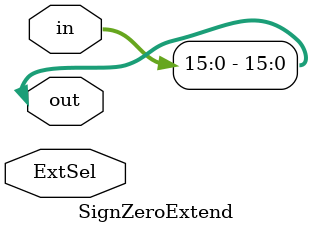
<source format=v>
`timescale 1ns / 1ps


module SignZeroExtend(
    input ExtSel,
    input [15:0] in,
    input [31:0] out
    );
    assign out[15:0]=in[15:0];
    assign out[31:16]=(ExtSel==1)?(in[15]==1?16'hffff:16'h0000):16'h0000;
endmodule

</source>
